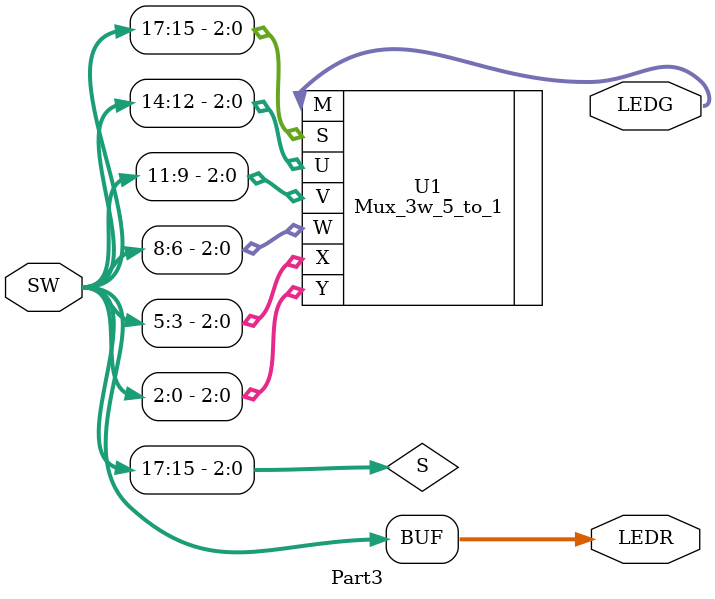
<source format=sv>
module Part3(SW, LEDG, LEDR);
	input [17:0] SW;
	output [17:0] LEDR;
	output [2:0] LEDG;
	
	wire [2:0] S;
	
	assign S[0] = SW[15];
	assign S[1] = SW[16];
	assign S[2] = SW[17];
	assign LEDR = SW;
	//module Mux_3w_5_to_1(S, U, V, W, X, Y, M);
	Mux_3w_5_to_1 U1(.S(S), .U(SW[14:12]), .V(SW[11:9]), .W(SW[8:6]), .X(SW[5:3]), .Y(SW[2:0]), .M(LEDG[2:0]));
endmodule	
	
	
</source>
